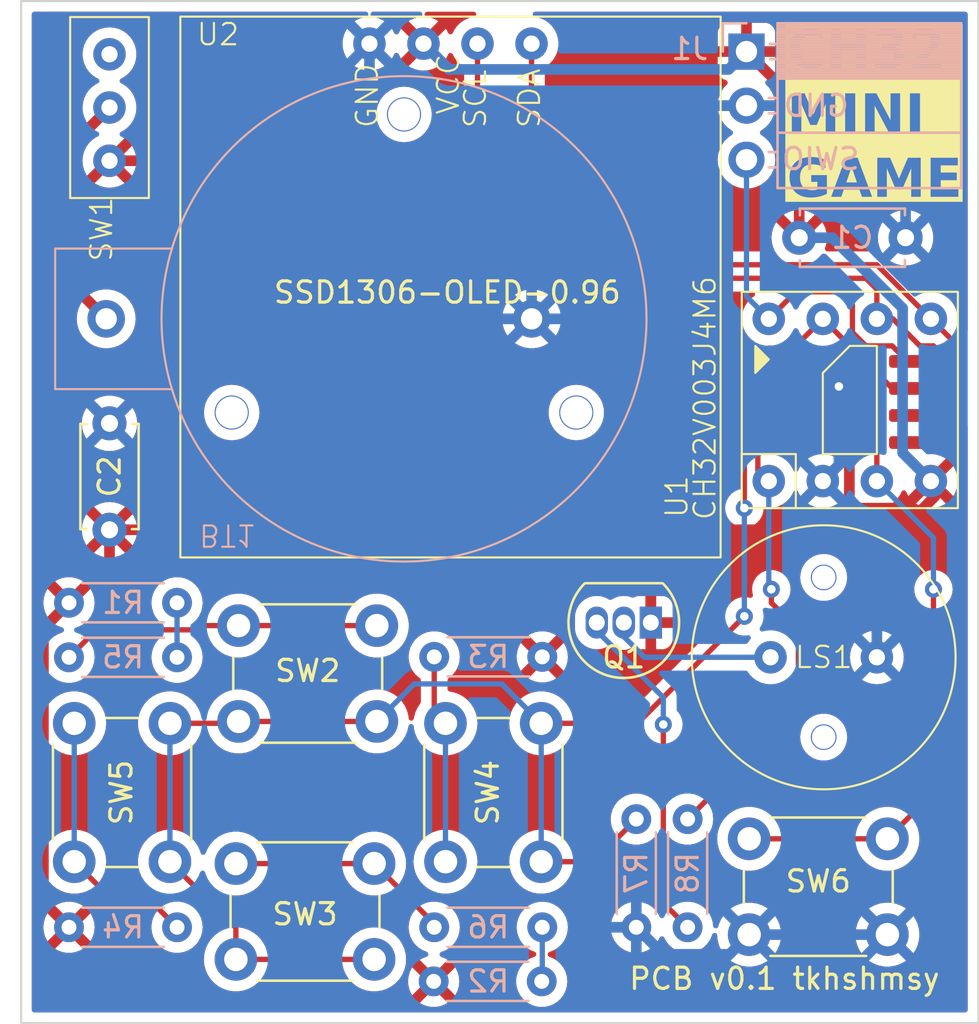
<source format=kicad_pcb>
(kicad_pcb (version 20221018) (generator pcbnew)
  (layers (0 "F.Cu" signal) (31 "B.Cu" signal) (34 "B.Paste" user) (35 "F.Paste" user) (36 "B.SilkS" user "B.Silkscreen") (37 "F.SilkS" user "F.Silkscreen") (38 "B.Mask" user) (39 "F.Mask" user) (44 "Edge.Cuts" user))
  (net 0 "")
  (net 1 "GND")
  (net 2 "VCC")
  (net 3 "/SWIO")
  (net 4 "Net-(Q1-C)")
  (net 5 "Net-(Q1-B)")
  (net 6 "Net-(R1-Pad2)")
  (net 7 "Net-(R2-Pad2)")
  (net 8 "/RIGHT")
  (net 9 "/LEFT")
  (net 10 "/UP")
  (net 11 "/DOWN")
  (net 12 "/PAD")
  (net 13 "/BEEP")
  (net 15 "/ACT")
  (net 16 "/SDA")
  (net 17 "/SCL")
  (net 18 "+BATT")
  (footprint "Package_TO_SOT_THT:TO-92_Inline" (layer "F.Cu") (at 59.102 49.19 180)
    (fp_text reference "Q1" (at 1.27 -1.63) (layer "F.SilkS"))
    (fp_text value "2SA1015")
    (fp_line (start -0.53 1.85) (end 3.07 1.85) (stroke (width 0.12)) (layer "F.SilkS"))
    (fp_arc (start -0.568478 1.838478) (mid -1.132087 -0.994977) (end 1.27 -2.6) (stroke (width 0.12)) (layer "F.SilkS"))
    (fp_arc (start 1.27 -2.6) (mid 3.672087 -0.994977) (end 3.108478 1.838478) (stroke (width 0.12)) (layer "F.SilkS"))
    (pad "1" thru_hole rect (at 0 0 180) (size 1.05 1.5) (drill 0.75) (layers "*.Cu" "*.Mask") (net 2 "VCC"))
    (pad "2" thru_hole oval (at 1.27 0 180) (size 1.05 1.5) (drill 0.75) (layers "*.Cu" "*.Mask") (net 4 "Net-(Q1-C)"))
    (pad "3" thru_hole oval (at 2.54 0 180) (size 1.05 1.5) (drill 0.75) (layers "*.Cu" "*.Mask") (net 5 "Net-(Q1-B)"))
  )
  (footprint "pcb-ch32-minigameconsole:OLED-0.96" (layer "F.Cu") (at 36.985 20.73)
    (fp_text reference "U2" (at 1.77 0.84 unlocked) (layer "F.SilkS") (effects (font (thickness 0.1))))
    (fp_text value "~")
    (fp_text user "GND" (at 9.37 5.305 90 unlocked) (layer "F.SilkS") (effects (font (thickness 0.1)) (justify left bottom)))
    (fp_text user "VCC" (at 13.18 4.67 90 unlocked) (layer "F.SilkS") (effects (font (thickness 0.1)) (justify left bottom)))
    (fp_text user "SDA" (at 16.99 5.305 90 unlocked) (layer "F.SilkS") (effects (font (thickness 0.1)) (justify left bottom)))
    (fp_text user "SSD1306-OLED-0.96" (at 4.31 13.54 unlocked) (layer "F.SilkS") (effects (justify left bottom)))
    (fp_text user "SCL" (at 14.45 5.305 90 unlocked) (layer "F.SilkS") (effects (font (thickness 0.1)) (justify left bottom)))
    (fp_rect (start 0 0) (end 25.4 25.4) (stroke (width 0.1)) (fill none) (layer "F.SilkS"))
    (pad "1" thru_hole circle (at 8.89 1.27) (size 1.524 1.524) (drill 0.762) (layers "*.Cu" "*.Mask") (net 1 "GND"))
    (pad "2" thru_hole circle (at 11.43 1.27) (size 1.524 1.524) (drill 0.762) (layers "*.Cu" "*.Mask") (net 2 "VCC"))
    (pad "3" thru_hole circle (at 13.97 1.27) (size 1.524 1.524) (drill 0.762) (layers "*.Cu" "*.Mask") (net 17 "/SCL"))
    (pad "4" thru_hole circle (at 16.51 1.27) (size 1.524 1.524) (drill 0.762) (layers "*.Cu" "*.Mask") (net 16 "/SDA"))
  )
  (footprint "Button_Switch_THT:SW_PUSH_6mm_H7.3mm" (layer "F.Cu") (at 39.723 49.332)
    (fp_text reference "SW2" (at 3.25 2.123) (layer "F.SilkS"))
    (fp_text value "SW_Push")
    (fp_line (start -0.25 1.5) (end -0.25 3) (stroke (width 0.12)) (layer "F.SilkS"))
    (fp_line (start 1 5.5) (end 5.5 5.5) (stroke (width 0.12)) (layer "F.SilkS"))
    (fp_line (start 5.5 -1) (end 1 -1) (stroke (width 0.12)) (layer "F.SilkS"))
    (fp_line (start 6.75 3) (end 6.75 1.5) (stroke (width 0.12)) (layer "F.SilkS"))
    (pad "1" thru_hole circle (at 0 0 90) (size 2 2) (drill 1.1) (layers "*.Cu" "*.Mask") (net 10 "/UP"))
    (pad "1" thru_hole circle (at 6.5 0 90) (size 2 2) (drill 1.1) (layers "*.Cu" "*.Mask") (net 10 "/UP"))
    (pad "2" thru_hole circle (at 0 4.5 90) (size 2 2) (drill 1.1) (layers "*.Cu" "*.Mask") (net 12 "/PAD"))
    (pad "2" thru_hole circle (at 6.5 4.5 90) (size 2 2) (drill 1.1) (layers "*.Cu" "*.Mask") (net 12 "/PAD"))
  )
  (footprint "pcb-ch32-minigameconsole:SS-12D00G3" (layer "F.Cu") (at 33.655 25 90)
    (fp_text reference "SW1" (at -5.715 -0.381 90 unlocked) (layer "F.SilkS") (effects (font (thickness 0.1))))
    (fp_text value "SW_SPDT")
    (fp_rect (start 4.25 -1.85) (end -4.25 1.85) (stroke (width 0.1)) (fill none) (layer "F.SilkS"))
    (pad "1" thru_hole circle (at -2.5 0 90) (size 1.524 1.524) (drill 0.762) (layers "*.Cu" "*.Mask") (net 2 "VCC"))
    (pad "2" thru_hole circle (at 0 0 90) (size 1.524 1.524) (drill 0.762) (layers "*.Cu" "*.Mask") (net 18 "+BATT"))
    (pad "3" thru_hole circle (at 2.5 0 90) (size 1.524 1.524) (drill 0.762) (layers "*.Cu" "*.Mask"))
  )
  (footprint "pcb-ch32-minigameconsole:PKM13EPYH4000-A0" (layer "F.Cu") (at 67.23 50.82)
    (fp_text reference "LS1" (at 0 0 unlocked) (layer "F.SilkS") (effects (font (thickness 0.1))))
    (fp_text value "Speaker")
    (fp_circle (center 0 0) (end 6.2 0) (stroke (width 0.1)) (fill none) (layer "F.SilkS"))
    (pad "" np_thru_hole circle (at 0 -3.75) (size 1.2 1.2) (drill 1.1) (layers "F&B.Cu" "*.Mask"))
    (pad "" np_thru_hole circle (at 0 3.75) (size 1.2 1.2) (drill 1.1) (layers "F&B.Cu" "*.Mask"))
    (pad "1" thru_hole circle (at -2.5 0) (size 1.524 1.524) (drill 0.762) (layers "*.Cu" "*.Mask") (net 4 "Net-(Q1-C)"))
    (pad "2" thru_hole circle (at 2.5 0) (size 1.524 1.524) (drill 0.762) (layers "*.Cu" "*.Mask") (net 1 "GND"))
  )
  (footprint "Button_Switch_THT:SW_PUSH_6mm_H7.3mm" (layer "F.Cu") (at 39.596 60.508)
    (fp_text reference "SW3" (at 3.25 2.377) (layer "F.SilkS"))
    (fp_text value "SW_Push")
    (fp_line (start -0.25 1.5) (end -0.25 3) (stroke (width 0.12)) (layer "F.SilkS"))
    (fp_line (start 1 5.5) (end 5.5 5.5) (stroke (width 0.12)) (layer "F.SilkS"))
    (fp_line (start 5.5 -1) (end 1 -1) (stroke (width 0.12)) (layer "F.SilkS"))
    (fp_line (start 6.75 3) (end 6.75 1.5) (stroke (width 0.12)) (layer "F.SilkS"))
    (pad "1" thru_hole circle (at 0 0 90) (size 2 2) (drill 1.1) (layers "*.Cu" "*.Mask") (net 11 "/DOWN"))
    (pad "1" thru_hole circle (at 6.5 0 90) (size 2 2) (drill 1.1) (layers "*.Cu" "*.Mask") (net 11 "/DOWN"))
    (pad "2" thru_hole circle (at 0 4.5 90) (size 2 2) (drill 1.1) (layers "*.Cu" "*.Mask") (net 12 "/PAD"))
    (pad "2" thru_hole circle (at 6.5 4.5 90) (size 2 2) (drill 1.1) (layers "*.Cu" "*.Mask") (net 12 "/PAD"))
  )
  (footprint "Button_Switch_THT:SW_PUSH_6mm_H7.3mm" (layer "F.Cu") (at 49.45 60.42 90)
    (fp_text reference "SW4" (at 3.25 1.985 90) (layer "F.SilkS"))
    (fp_text value "SW_Push")
    (fp_line (start -0.25 1.5) (end -0.25 3) (stroke (width 0.12)) (layer "F.SilkS"))
    (fp_line (start 1 5.5) (end 5.5 5.5) (stroke (width 0.12)) (layer "F.SilkS"))
    (fp_line (start 5.5 -1) (end 1 -1) (stroke (width 0.12)) (layer "F.SilkS"))
    (fp_line (start 6.75 3) (end 6.75 1.5) (stroke (width 0.12)) (layer "F.SilkS"))
    (pad "1" thru_hole circle (at 0 0 180) (size 2 2) (drill 1.1) (layers "*.Cu" "*.Mask") (net 8 "/RIGHT"))
    (pad "1" thru_hole circle (at 6.5 0 180) (size 2 2) (drill 1.1) (layers "*.Cu" "*.Mask") (net 8 "/RIGHT"))
    (pad "2" thru_hole circle (at 0 4.5 180) (size 2 2) (drill 1.1) (layers "*.Cu" "*.Mask") (net 12 "/PAD"))
    (pad "2" thru_hole circle (at 6.5 4.5 180) (size 2 2) (drill 1.1) (layers "*.Cu" "*.Mask") (net 12 "/PAD"))
  )
  (footprint "Button_Switch_THT:SW_PUSH_6mm_H7.3mm" (layer "F.Cu") (at 63.726 59.345)
    (fp_text reference "SW6" (at 3.25 1.996) (layer "F.SilkS"))
    (fp_text value "SW_Push")
    (fp_line (start -0.25 1.5) (end -0.25 3) (stroke (width 0.12)) (layer "F.SilkS"))
    (fp_line (start 1 5.5) (end 5.5 5.5) (stroke (width 0.12)) (layer "F.SilkS"))
    (fp_line (start 5.5 -1) (end 1 -1) (stroke (width 0.12)) (layer "F.SilkS"))
    (fp_line (start 6.75 3) (end 6.75 1.5) (stroke (width 0.12)) (layer "F.SilkS"))
    (pad "1" thru_hole circle (at 0 0 90) (size 2 2) (drill 1.1) (layers "*.Cu" "*.Mask") (net 15 "/ACT"))
    (pad "1" thru_hole circle (at 6.5 0 90) (size 2 2) (drill 1.1) (layers "*.Cu" "*.Mask") (net 15 "/ACT"))
    (pad "2" thru_hole circle (at 0 4.5 90) (size 2 2) (drill 1.1) (layers "*.Cu" "*.Mask") (net 1 "GND"))
    (pad "2" thru_hole circle (at 6.5 4.5 90) (size 2 2) (drill 1.1) (layers "*.Cu" "*.Mask") (net 1 "GND"))
  )
  (footprint "pcb-ch32-minigameconsole:CH32V003J4M6-Dual" (layer "F.Cu") (at 64.649 42.545 90)
    (fp_text reference "U1" (at -0.729 -4.324 90 unlocked) (layer "F.SilkS") (effects (font (thickness 0.1))))
    (fp_text value "~" hide)
    (fp_text user "CH32V003J4M6" (at -1.905 -2.419 90 unlocked) (layer "F.SilkS") (effects (font (thickness 0.1)) (justify left bottom)))
    (fp_rect (start -1.27 -1.27) (end 1.27 1.27) (stroke (width 0.1)) (fill none) (layer "F.SilkS"))
    (fp_rect (start -1.27 -1.27) (end 8.89 8.89) (stroke (width 0.1)) (fill none) (layer "F.SilkS"))
    (fp_poly (pts (xy 5.715 0) (xy 5.08 -0.635) (xy 6.35 -0.635)) (stroke (width 0.1)) (fill solid) (layer "F.SilkS"))
    (fp_poly (pts (xy 1.27 2.54) (xy 5.08 2.54) (xy 6.35 3.81) (xy 6.35 5.08) (xy 1.27 5.08)) (stroke (width 0.1)) (fill none) (layer "F.SilkS"))
    (pad "1" thru_hole circle (at 0 0 90) (size 1.524 1.524) (drill 0.762) (layers "*.Cu" "*.Mask") (net 13 "/BEEP"))
    (pad "1" smd roundrect (at 5.621 1.379) (size 1.75 0.6) (layers "F.Cu" "F.Paste" "F.Mask") (net 13 "/BEEP"))
    (pad "2" thru_hole circle (at 0 2.54 90) (size 1.524 1.524) (drill 0.762) (layers "*.Cu" "*.Mask") (net 1 "GND"))
    (pad "2" smd roundrect (at 4.351 1.379) (size 1.75 0.6) (layers "F.Cu" "F.Paste" "F.Mask") (net 1 "GND"))
    (pad "3" thru_hole circle (at 0 5.08 90) (size 1.524 1.524) (drill 0.762) (layers "*.Cu" "*.Mask") (net 15 "/ACT"))
    (pad "3" smd roundrect (at 3.081 1.379) (size 1.75 0.6) (layers "F.Cu" "F.Paste" "F.Mask") (net 15 "/ACT"))
    (pad "4" thru_hole circle (at 0 7.62 90) (size 1.524 1.524) (drill 0.762) (layers "*.Cu" "*.Mask") (net 2 "VCC"))
    (pad "4" smd roundrect (at 1.811 1.379) (size 1.75 0.6) (layers "F.Cu" "F.Paste" "F.Mask") (net 2 "VCC"))
    (pad "5" smd roundrect (at 1.811 6.529) (size 1.75 0.6) (layers "F.Cu" "F.Paste" "F.Mask") (net 16 "/SDA"))
    (pad "5" thru_hole circle (at 7.62 7.62 90) (size 1.524 1.524) (drill 0.762) (layers "*.Cu" "*.Mask") (net 16 "/SDA"))
    (pad "6" smd roundrect (at 3.081 6.529) (size 1.75 0.6) (layers "F.Cu" "F.Paste" "F.Mask") (net 17 "/SCL"))
    (pad "6" thru_hole circle (at 7.62 5.08 90) (size 1.524 1.524) (drill 0.762) (layers "*.Cu" "*.Mask") (net 17 "/SCL"))
    (pad "7" smd roundrect (at 4.351 6.529) (size 1.75 0.6) (layers "F.Cu" "F.Paste" "F.Mask") (net 12 "/PAD"))
    (pad "7" thru_hole circle (at 7.62 2.54 90) (size 1.524 1.524) (drill 0.762) (layers "*.Cu" "*.Mask") (net 12 "/PAD"))
    (pad "8" smd roundrect (at 5.621 6.529) (size 1.75 0.6) (layers "F.Cu" "F.Paste" "F.Mask") (net 3 "/SWIO"))
    (pad "8" thru_hole circle (at 7.62 0 90) (size 1.524 1.524) (drill 0.762) (layers "*.Cu" "*.Mask") (net 3 "/SWIO"))
  )
  (footprint "Button_Switch_THT:SW_PUSH_6mm_H7.3mm" (layer "F.Cu") (at 31.996 60.42 90)
    (fp_text reference "SW5" (at 3.25 2.214 90) (layer "F.SilkS"))
    (fp_text value "SW_Push")
    (fp_line (start -0.25 1.5) (end -0.25 3) (stroke (width 0.12)) (layer "F.SilkS"))
    (fp_line (start 1 5.5) (end 5.5 5.5) (stroke (width 0.12)) (layer "F.SilkS"))
    (fp_line (start 5.5 -1) (end 1 -1) (stroke (width 0.12)) (layer "F.SilkS"))
    (fp_line (start 6.75 3) (end 6.75 1.5) (stroke (width 0.12)) (layer "F.SilkS"))
    (pad "1" thru_hole circle (at 0 0 180) (size 2 2) (drill 1.1) (layers "*.Cu" "*.Mask") (net 9 "/LEFT"))
    (pad "1" thru_hole circle (at 6.5 0 180) (size 2 2) (drill 1.1) (layers "*.Cu" "*.Mask") (net 9 "/LEFT"))
    (pad "2" thru_hole circle (at 0 4.5 180) (size 2 2) (drill 1.1) (layers "*.Cu" "*.Mask") (net 12 "/PAD"))
    (pad "2" thru_hole circle (at 6.5 4.5 180) (size 2 2) (drill 1.1) (layers "*.Cu" "*.Mask") (net 12 "/PAD"))
  )
  (footprint "Capacitor_THT:C_Disc_D4.7mm_W2.5mm_P5.00mm" (layer "F.Cu") (at 33.655 44.831 90)
    (fp_text reference "C2" (at 2.5 0 90) (layer "F.SilkS"))
    (fp_text value "10u")
    (fp_line (start 0.03 -1.37) (end 0.03 -1.055) (stroke (width 0.12)) (layer "F.SilkS"))
    (fp_line (start 0.03 -1.37) (end 4.97 -1.37) (stroke (width 0.12)) (layer "F.SilkS"))
    (fp_line (start 0.03 1.055) (end 0.03 1.37) (stroke (width 0.12)) (layer "F.SilkS"))
    (fp_line (start 0.03 1.37) (end 4.97 1.37) (stroke (width 0.12)) (layer "F.SilkS"))
    (fp_line (start 4.97 -1.37) (end 4.97 -1.055) (stroke (width 0.12)) (layer "F.SilkS"))
    (fp_line (start 4.97 1.055) (end 4.97 1.37) (stroke (width 0.12)) (layer "F.SilkS"))
    (pad "1" thru_hole circle (at 0 0 90) (size 1.6 1.6) (drill 0.8) (layers "*.Cu" "*.Mask") (net 2 "VCC"))
    (pad "2" thru_hole circle (at 5 0 90) (size 1.6 1.6) (drill 0.8) (layers "*.Cu" "*.Mask") (net 1 "GND"))
  )
  (footprint "Resistor_THT:R_Axial_DIN0204_L3.6mm_D1.6mm_P5.08mm_Horizontal" (layer "B.Cu") (at 31.75 63.5)
    (fp_text reference "R4" (at 2.54 0) (layer "B.SilkS") (effects (justify mirror)))
    (fp_text value "2k")
    (fp_line (start 0.62 -0.92) (end 4.46 -0.92) (stroke (width 0.12)) (layer "B.SilkS"))
    (fp_line (start 0.62 0.92) (end 4.46 0.92) (stroke (width 0.12)) (layer "B.SilkS"))
    (pad "1" thru_hole circle (at 0 0) (size 1.4 1.4) (drill 0.7) (layers "*.Cu" "*.Mask") (net 2 "VCC"))
    (pad "2" thru_hole oval (at 5.08 0) (size 1.4 1.4) (drill 0.7) (layers "*.Cu" "*.Mask") (net 9 "/LEFT"))
  )
  (footprint "Resistor_THT:R_Axial_DIN0204_L3.6mm_D1.6mm_P5.08mm_Horizontal" (layer "B.Cu") (at 48.895 66.04)
    (fp_text reference "R2" (at 2.565 0) (layer "B.SilkS") (effects (justify mirror)))
    (fp_text value "3k9")
    (fp_line (start 0.62 -0.92) (end 4.46 -0.92) (stroke (width 0.12)) (layer "B.SilkS"))
    (fp_line (start 0.62 0.92) (end 4.46 0.92) (stroke (width 0.12)) (layer "B.SilkS"))
    (pad "1" thru_hole circle (at 0 0) (size 1.4 1.4) (drill 0.7) (layers "*.Cu" "*.Mask") (net 2 "VCC"))
    (pad "2" thru_hole oval (at 5.08 0) (size 1.4 1.4) (drill 0.7) (layers "*.Cu" "*.Mask") (net 7 "Net-(R2-Pad2)"))
  )
  (footprint "Connector_PinSocket_2.54mm:PinSocket_1x03_P2.54mm_Horizontal" (layer "B.Cu") (at 63.6 22.372 180)
    (fp_text reference "J1" (at 2.667 0.127) (layer "B.SilkS") (effects (justify mirror)))
    (fp_text value "Conn_01x03")
    (fp_line (start -10.09 -6.41) (end -1.46 -6.41) (stroke (width 0.12)) (layer "B.SilkS"))
    (fp_line (start -10.09 -3.81) (end -1.46 -3.81) (stroke (width 0.12)) (layer "B.SilkS"))
    (fp_line (start -10.09 -1.27) (end -1.46 -1.27) (stroke (width 0.12)) (layer "B.SilkS"))
    (fp_line (start -10.09 -1.1519) (end -1.46 -1.1519) (stroke (width 0.12)) (layer "B.SilkS"))
    (fp_line (start -10.09 -1.033805) (end -1.46 -1.033805) (stroke (width 0.12)) (layer "B.SilkS"))
    (fp_line (start -10.09 -0.91571) (end -1.46 -0.91571) (stroke (width 0.12)) (layer "B.SilkS"))
    (fp_line (start -10.09 -0.797615) (end -1.46 -0.797615) (stroke (width 0.12)) (layer "B.SilkS"))
    (fp_line (start -10.09 -0.67952) (end -1.46 -0.67952) (stroke (width 0.12)) (layer "B.SilkS"))
    (fp_line (start -10.09 -0.561425) (end -1.46 -0.561425) (stroke (width 0.12)) (layer "B.SilkS"))
    (fp_line (start -10.09 -0.44333) (end -1.46 -0.44333) (stroke (width 0.12)) (layer "B.SilkS"))
    (fp_line (start -10.09 -0.325235) (end -1.46 -0.325235) (stroke (width 0.12)) (layer "B.SilkS"))
    (fp_line (start -10.09 -0.20714) (end -1.46 -0.20714) (stroke (width 0.12)) (layer "B.SilkS"))
    (fp_line (start -10.09 -0.089045) (end -1.46 -0.089045) (stroke (width 0.12)) (layer "B.SilkS"))
    (fp_line (start -10.09 0.02905) (end -1.46 0.02905) (stroke (width 0.12)) (layer "B.SilkS"))
    (fp_line (start -10.09 0.147145) (end -1.46 0.147145) (stroke (width 0.12)) (layer "B.SilkS"))
    (fp_line (start -10.09 0.26524) (end -1.46 0.26524) (stroke (width 0.12)) (layer "B.SilkS"))
    (fp_line (start -10.09 0.383335) (end -1.46 0.383335) (stroke (width 0.12)) (layer "B.SilkS"))
    (fp_line (start -10.09 0.50143) (end -1.46 0.50143) (stroke (width 0.12)) (layer "B.SilkS"))
    (fp_line (start -10.09 0.619525) (end -1.46 0.619525) (stroke (width 0.12)) (layer "B.SilkS"))
    (fp_line (start -10.09 0.73762) (end -1.46 0.73762) (stroke (width 0.12)) (layer "B.SilkS"))
    (fp_line (start -10.09 0.855715) (end -1.46 0.855715) (stroke (width 0.12)) (layer "B.SilkS"))
    (fp_line (start -10.09 0.97381) (end -1.46 0.97381) (stroke (width 0.12)) (layer "B.SilkS"))
    (fp_line (start -10.09 1.091905) (end -1.46 1.091905) (stroke (width 0.12)) (layer "B.SilkS"))
    (fp_line (start -10.09 1.21) (end -1.46 1.21) (stroke (width 0.12)) (layer "B.SilkS"))
    (fp_line (start -10.09 1.33) (end -10.09 -6.41) (stroke (width 0.12)) (layer "B.SilkS"))
    (fp_line (start -10.09 1.33) (end -1.46 1.33) (stroke (width 0.12)) (layer "B.SilkS"))
    (fp_line (start -1.46 -5.44) (end -1.05 -5.44) (stroke (width 0.12)) (layer "B.SilkS"))
    (fp_line (start -1.46 -4.72) (end -1.05 -4.72) (stroke (width 0.12)) (layer "B.SilkS"))
    (fp_line (start -1.46 -2.9) (end -1.05 -2.9) (stroke (width 0.12)) (layer "B.SilkS"))
    (fp_line (start -1.46 -2.18) (end -1.05 -2.18) (stroke (width 0.12)) (layer "B.SilkS"))
    (fp_line (start -1.46 -0.36) (end -1.11 -0.36) (stroke (width 0.12)) (layer "B.SilkS"))
    (fp_line (start -1.46 0.36) (end -1.11 0.36) (stroke (width 0.12)) (layer "B.SilkS"))
    (fp_line (start -1.46 1.33) (end -1.46 -6.41) (stroke (width 0.12)) (layer "B.SilkS"))
    (fp_line (start 0 1.33) (end 1.11 1.33) (stroke (width 0.12)) (layer "B.SilkS"))
    (fp_line (start 1.11 1.33) (end 1.11 0) (stroke (width 0.12)) (layer "B.SilkS"))
    (pad "1" thru_hole rect (at 0 0 180) (size 1.7 1.7) (drill 1) (layers "*.Cu" "*.Mask") (net 2 "VCC"))
    (pad "2" thru_hole oval (at 0 -2.54 180) (size 1.7 1.7) (drill 1) (layers "*.Cu" "*.Mask") (net 1 "GND"))
    (pad "3" thru_hole oval (at 0 -5.08 180) (size 1.7 1.7) (drill 1) (layers "*.Cu" "*.Mask") (net 3 "/SWIO"))
  )
  (footprint "Resistor_THT:R_Axial_DIN0204_L3.6mm_D1.6mm_P5.08mm_Horizontal" (layer "B.Cu") (at 36.83 50.82 180)
    (fp_text reference "R5" (at 2.54 0) (layer "B.SilkS") (effects (justify mirror)))
    (fp_text value "0")
    (fp_line (start 0.62 -0.92) (end 4.46 -0.92) (stroke (width 0.12)) (layer "B.SilkS"))
    (fp_line (start 0.62 0.92) (end 4.46 0.92) (stroke (width 0.12)) (layer "B.SilkS"))
    (pad "1" thru_hole circle (at 0 0 180) (size 1.4 1.4) (drill 0.7) (layers "*.Cu" "*.Mask") (net 6 "Net-(R1-Pad2)"))
    (pad "2" thru_hole oval (at 5.08 0 180) (size 1.4 1.4) (drill 0.7) (layers "*.Cu" "*.Mask") (net 10 "/UP"))
  )
  (footprint "pcb-ch32-minigameconsole:CH25-2032LF" (layer "B.Cu") (at 33.5 34.925)
    (fp_text reference "BT1" (at 5.715 10.16 180 unlocked) (layer "B.SilkS") (effects (font (thickness 0.1)) (justify mirror)))
    (fp_text value "Battery")
    (fp_line (start -2.4 -3.3) (end 3.1 -3.3) (stroke (width 0.1)) (layer "B.SilkS"))
    (fp_line (start -2.4 0) (end -2.4 -3.3) (stroke (width 0.1)) (layer "B.SilkS"))
    (fp_line (start -2.4 0) (end -2.4 3.3) (stroke (width 0.1)) (layer "B.SilkS"))
    (fp_line (start -2.4 3.3) (end 3.1 3.3) (stroke (width 0.1)) (layer "B.SilkS"))
    (fp_circle (center 14 0) (end 25.4 0) (stroke (width 0.1)) (fill none) (layer "B.SilkS"))
    (pad "" np_thru_hole circle (at 5.9 4.4) (size 1.6 1.6) (drill 1.5) (layers "F&B.Cu" "*.Mask"))
    (pad "" np_thru_hole circle (at 14 -9.6) (size 1.6 1.6) (drill 1.5) (layers "F&B.Cu" "*.Mask"))
    (pad "" np_thru_hole circle (at 22.1 4.4) (size 1.6 1.6) (drill 1.5) (layers "F&B.Cu" "*.Mask"))
    (pad "1" thru_hole circle (at 0 0) (size 1.762 1.762) (drill 1) (layers "*.Cu" "*.Mask") (net 18 "+BATT"))
    (pad "2" thru_hole circle (at 20 0) (size 1.762 1.762) (drill 1) (layers "*.Cu" "*.Mask") (net 1 "GND"))
  )
  (footprint "Resistor_THT:R_Axial_DIN0204_L3.6mm_D1.6mm_P5.08mm_Horizontal" (layer "B.Cu") (at 31.75 48.26)
    (fp_text reference "R1" (at 2.54 0) (layer "B.SilkS") (effects (justify mirror)))
    (fp_text value "8k2")
    (fp_line (start 0.62 -0.92) (end 4.46 -0.92) (stroke (width 0.12)) (layer "B.SilkS"))
    (fp_line (start 0.62 0.92) (end 4.46 0.92) (stroke (width 0.12)) (layer "B.SilkS"))
    (pad "1" thru_hole circle (at 0 0) (size 1.4 1.4) (drill 0.7) (layers "*.Cu" "*.Mask") (net 2 "VCC"))
    (pad "2" thru_hole oval (at 5.08 0) (size 1.4 1.4) (drill 0.7) (layers "*.Cu" "*.Mask") (net 6 "Net-(R1-Pad2)"))
  )
  (footprint "Resistor_THT:R_Axial_DIN0204_L3.6mm_D1.6mm_P5.08mm_Horizontal" (layer "B.Cu") (at 54 50.8 180)
    (fp_text reference "R3" (at 2.54 0) (layer "B.SilkS") (effects (justify mirror)))
    (fp_text value "20k")
    (fp_line (start 0.62 -0.92) (end 4.46 -0.92) (stroke (width 0.12)) (layer "B.SilkS"))
    (fp_line (start 0.62 0.92) (end 4.46 0.92) (stroke (width 0.12)) (layer "B.SilkS"))
    (pad "1" thru_hole circle (at 0 0 180) (size 1.4 1.4) (drill 0.7) (layers "*.Cu" "*.Mask") (net 2 "VCC"))
    (pad "2" thru_hole oval (at 5.08 0 180) (size 1.4 1.4) (drill 0.7) (layers "*.Cu" "*.Mask") (net 8 "/RIGHT"))
  )
  (footprint "Resistor_THT:R_Axial_DIN0204_L3.6mm_D1.6mm_P5.08mm_Horizontal" (layer "B.Cu") (at 58.42 58.42 -90)
    (fp_text reference "R7" (at 2.54 0 90) (layer "B.SilkS") (effects (justify mirror)))
    (fp_text value "2k")
    (fp_line (start 0.62 -0.92) (end 4.46 -0.92) (stroke (width 0.12)) (layer "B.SilkS"))
    (fp_line (start 0.62 0.92) (end 4.46 0.92) (stroke (width 0.12)) (layer "B.SilkS"))
    (pad "1" thru_hole circle (at 0 0 270) (size 1.4 1.4) (drill 0.7) (layers "*.Cu" "*.Mask") (net 12 "/PAD"))
    (pad "2" thru_hole oval (at 5.08 0 270) (size 1.4 1.4) (drill 0.7) (layers "*.Cu" "*.Mask") (net 1 "GND"))
  )
  (footprint "Resistor_THT:R_Axial_DIN0204_L3.6mm_D1.6mm_P5.08mm_Horizontal" (layer "B.Cu") (at 54 63.5 180)
    (fp_text reference "R6" (at 2.54 0) (layer "B.SilkS") (effects (justify mirror)))
    (fp_text value "0")
    (fp_line (start 0.62 -0.92) (end 4.46 -0.92) (stroke (width 0.12)) (layer "B.SilkS"))
    (fp_line (start 0.62 0.92) (end 4.46 0.92) (stroke (width 0.12)) (layer "B.SilkS"))
    (pad "1" thru_hole circle (at 0 0 180) (size 1.4 1.4) (drill 0.7) (layers "*.Cu" "*.Mask") (net 7 "Net-(R2-Pad2)"))
    (pad "2" thru_hole oval (at 5.08 0 180) (size 1.4 1.4) (drill 0.7) (layers "*.Cu" "*.Mask") (net 11 "/DOWN"))
  )
  (footprint "Capacitor_THT:C_Disc_D4.7mm_W2.5mm_P5.00mm" (layer "B.Cu") (at 66.08 31.115)
    (fp_text reference "C1" (at 2.5 0) (layer "B.SilkS") (effects (justify mirror)))
    (fp_text value "0.1u")
    (fp_line (start 0.03 -1.37) (end 4.97 -1.37) (stroke (width 0.12)) (layer "B.SilkS"))
    (fp_line (start 0.03 -1.055) (end 0.03 -1.37) (stroke (width 0.12)) (layer "B.SilkS"))
    (fp_line (start 0.03 1.37) (end 0.03 1.055) (stroke (width 0.12)) (layer "B.SilkS"))
    (fp_line (start 0.03 1.37) (end 4.97 1.37) (stroke (width 0.12)) (layer "B.SilkS"))
    (fp_line (start 4.97 -1.055) (end 4.97 -1.37) (stroke (width 0.12)) (layer "B.SilkS"))
    (fp_line (start 4.97 1.37) (end 4.97 1.055) (stroke (width 0.12)) (layer "B.SilkS"))
    (pad "1" thru_hole circle (at 0 0) (size 1.6 1.6) (drill 0.8) (layers "*.Cu" "*.Mask") (net 2 "VCC"))
    (pad "2" thru_hole circle (at 5 0) (size 1.6 1.6) (drill 0.8) (layers "*.Cu" "*.Mask") (net 1 "GND"))
  )
  (footprint "Resistor_THT:R_Axial_DIN0204_L3.6mm_D1.6mm_P5.08mm_Horizontal" (layer "B.Cu") (at 60.833 58.42 -90)
    (fp_text reference "R8" (at 2.54 0 90) (layer "B.SilkS") (effects (justify mirror)))
    (fp_text value "1k")
    (fp_line (start 0.62 -0.92) (end 4.46 -0.92) (stroke (width 0.12)) (layer "B.SilkS"))
    (fp_line (start 0.62 0.92) (end 4.46 0.92) (stroke (width 0.12)) (layer "B.SilkS"))
    (pad "1" thru_hole circle (at 0 0 270) (size 1.4 1.4) (drill 0.7) (layers "*.Cu" "*.Mask") (net 13 "/BEEP"))
    (pad "2" thru_hole oval (at 5.08 0 270) (size 1.4 1.4) (drill 0.7) (layers "*.Cu" "*.Mask") (net 5 "Net-(Q1-B)"))
  )
  (gr_rect (start 29.5 20) (end 74.5 68) (stroke (width 0.1)) (fill none) (layer "Edge.Cuts"))
  (gr_text "GND\n" (at 68.5 25.5) (layer "B.SilkS") (effects (font (size 1 1)) (justify left bottom mirror)))
  (gr_text "SWIO" (at 69 28) (layer "B.SilkS") (effects (font (size 1 1)) (justify left bottom mirror)))
  (gr_text "PCB v0.1 tkhshmsy" (at 58 66.5) (layer "F.SilkS") (effects (font (size 1 1)) (justify left bottom)))
  (gr_text "CH32\nMINI\nGAME\n" (at 65.5 29.5) (layer "F.SilkS" knockout) (effects (font (size 1.8 1.8) (thickness 0.4) bold) (justify left bottom)))
  (segment (start 67.851 38.194) (end 67.945 38.1) (width 0.5) (layer "F.Cu") (net 1))
  (segment (start 66.028 38.194) (end 67.851 38.194) (width 0.5) (layer "F.Cu") (net 1))
  (via (at 67.945 38.1) (size 0.8) (drill 0.4) (layers "F.Cu" "B.Cu") (net 1))
  (segment (start 45.875 31.905) (end 48.895 34.925) (width 0.5) (layer "B.Cu") (net 1))
  (segment (start 63.6 24.912) (end 68.727 24.912) (width 0.5) (layer "B.Cu") (net 1))
  (segment (start 67.945 38.1) (end 67.945 41.789) (width 0.5) (layer "B.Cu") (net 1))
  (segment (start 63.381 63.5) (end 63.726 63.845) (width 0.5) (layer "B.Cu") (net 1))
  (segment (start 48.895 34.925) (end 53.5 34.925) (width 0.5) (layer "B.Cu") (net 1))
  (segment (start 73.025 61.046) (end 70.226 63.845) (width 0.5) (layer "B.Cu") (net 1))
  (segment (start 53.5 26.51) (end 53.5 34.925) (width 0.5) (layer "B.Cu") (net 1))
  (segment (start 73.025 54.115) (end 73.025 61.046) (width 0.5) (layer "B.Cu") (net 1))
  (segment (start 71.08 27.265) (end 71.08 31.115) (width 0.5) (layer "B.Cu") (net 1))
  (segment (start 70.226 63.845) (end 63.726 63.845) (width 0.5) (layer "B.Cu") (net 1))
  (segment (start 45.875 22) (end 45.875 31.905) (width 0.5) (layer "B.Cu") (net 1))
  (segment (start 33.655 39.831) (end 38.561 34.925) (width 0.5) (layer "B.Cu") (net 1))
  (segment (start 67.189 42.545) (end 69.73 45.086) (width 0.5) (layer "B.Cu") (net 1))
  (segment (start 68.727 24.912) (end 71.08 27.265) (width 0.5) (layer "B.Cu") (net 1))
  (segment (start 58.42 63.5) (end 59.69 64.77) (width 0.5) (layer "B.Cu") (net 1))
  (segment (start 69.73 50.82) (end 73.025 54.115) (width 0.5) (layer "B.Cu") (net 1))
  (segment (start 62.801 64.77) (end 63.726 63.845) (width 0.5) (layer "B.Cu") (net 1))
  (segment (start 63.6 24.912) (end 55.098 24.912) (width 0.5) (layer "B.Cu") (net 1))
  (segment (start 59.69 64.77) (end 62.801 64.77) (width 0.5) (layer "B.Cu") (net 1))
  (segment (start 69.73 45.086) (end 69.73 50.82) (width 0.5) (layer "B.Cu") (net 1))
  (segment (start 59.569 34.925) (end 67.189 42.545) (width 0.5) (layer "B.Cu") (net 1))
  (segment (start 67.945 41.789) (end 67.189 42.545) (width 0.5) (layer "B.Cu") (net 1))
  (segment (start 55.098 24.912) (end 53.5 26.51) (width 0.5) (layer "B.Cu") (net 1))
  (segment (start 53.5 34.925) (end 59.569 34.925) (width 0.5) (layer "B.Cu") (net 1))
  (segment (start 38.561 34.925) (end 48.895 34.925) (width 0.5) (layer "B.Cu") (net 1))
  (segment (start 66.028 40.734) (end 65.977 40.785) (width 0.5) (layer "F.Cu") (net 2))
  (segment (start 63.6 22.372) (end 66.08 24.852) (width 0.5) (layer "F.Cu") (net 2))
  (segment (start 33.655 27.5) (end 35.365 27.5) (width 0.5) (layer "F.Cu") (net 2))
  (segment (start 66.028 40.734) (end 67.404 40.734) (width 0.5) (layer "F.Cu") (net 2))
  (segment (start 30.546 62.296) (end 31.75 63.5) (width 0.5) (layer "F.Cu") (net 2))
  (segment (start 47.879 67.056) (end 48.895 66.04) (width 0.5) (layer "F.Cu") (net 2))
  (segment (start 59.102 49.19) (end 59.102 44.878) (width 0.5) (layer "F.Cu") (net 2))
  (segment (start 59.055 44.831) (end 70.890818 44.831) (width 0.5) (layer "F.Cu") (net 2))
  (segment (start 33.655 46.355) (end 31.75 48.26) (width 0.5) (layer "F.Cu") (net 2))
  (segment (start 71.830909 43.890909) (end 72.449 43.272818) (width 0.5) (layer "F.Cu") (net 2))
  (segment (start 48.031 44.831) (end 59.055 44.831) (width 0.5) (layer "F.Cu") (net 2))
  (segment (start 46.92 23.495) (end 48.415 22) (width 0.5) (layer "F.Cu") (net 2))
  (segment (start 31.75 48.26) (end 30.546 49.464) (width 0.5) (layer "F.Cu") (net 2))
  (segment (start 72.449 43.272818) (end 72.449 42.725) (width 0.5) (layer "F.Cu") (net 2))
  (segment (start 70.999 43.815) (end 72.269 42.545) (width 0.5) (layer "F.Cu") (net 2))
  (segment (start 35.306 67.056) (end 47.879 67.056) (width 0.5) (layer "F.Cu") (net 2))
  (segment (start 39.37 23.495) (end 46.92 23.495) (width 0.5) (layer "F.Cu") (net 2))
  (segment (start 70.890818 44.831) (end 71.830909 43.890909) (width 0.5) (layer "F.Cu") (net 2))
  (segment (start 33.655 44.831) (end 33.655 46.355) (width 0.5) (layer "F.Cu") (net 2))
  (segment (start 35.365 27.5) (end 39.37 23.495) (width 0.5) (layer "F.Cu") (net 2))
  (segment (start 68.435828 43.670828) (end 68.58 43.815) (width 0.5) (layer "F.Cu") (net 2))
  (segment (start 66.08 24.852) (end 66.08 31.115) (width 0.5) (layer "F.Cu") (net 2))
  (segment (start 33.655 44.831) (end 48.031 44.831) (width 0.5) (layer "F.Cu") (net 2))
  (segment (start 59.102 44.878) (end 59.055 44.831) (width 0.5) (layer "F.Cu") (net 2))
  (segment (start 48.031 44.831) (end 54 50.8) (width 0.5) (layer "F.Cu") (net 2))
  (segment (start 31.75 63.5) (end 35.306 67.056) (width 0.5) (layer "F.Cu") (net 2))
  (segment (start 30.546 49.464) (end 30.546 62.296) (width 0.5) (layer "F.Cu") (net 2))
  (segment (start 67.404 40.734) (end 68.435828 41.765828) (width 0.5) (layer "F.Cu") (net 2))
  (segment (start 68.435828 41.765828) (end 68.435828 43.670828) (width 0.5) (layer "F.Cu") (net 2))
  (segment (start 72.449 42.725) (end 72.269 42.545) (width 0.5) (layer "F.Cu") (net 2))
  (segment (start 68.58 43.815) (end 70.999 43.815) (width 0.5) (layer "F.Cu") (net 2))
  (segment (start 62.76 23.212) (end 63.6 22.372) (width 0.5) (layer "B.Cu") (net 2))
  (segment (start 70.941 41.217) (end 72.269 42.545) (width 0.5) (layer "B.Cu") (net 2))
  (segment (start 70.941 34.422973) (end 70.941 41.217) (width 0.5) (layer "B.Cu") (net 2))
  (segment (start 48.415 22) (end 49.627 23.212) (width 0.5) (layer "B.Cu") (net 2))
  (segment (start 66.08 31.115) (end 67.633027 31.115) (width 0.5) (layer "B.Cu") (net 2))
  (segment (start 49.627 23.212) (end 62.76 23.212) (width 0.5) (layer "B.Cu") (net 2))
  (segment (start 67.633027 31.115) (end 70.941 34.422973) (width 0.5) (layer "B.Cu") (net 2))
  (segment (start 68.58 34.29) (end 67.945 33.655) (width 0.25) (layer "F.Cu") (net 3))
  (segment (start 70.449 36.195) (end 69.215 36.195) (width 0.25) (layer "F.Cu") (net 3))
  (segment (start 70.449 36.195) (end 71.178 36.924) (width 0.25) (layer "F.Cu") (net 3))
  (segment (start 68.58 35.56) (end 68.58 34.29) (width 0.25) (layer "F.Cu") (net 3))
  (segment (start 69.215 36.195) (end 68.58 35.56) (width 0.25) (layer "F.Cu") (net 3))
  (segment (start 64.649 34.925) (end 64.649 35.439) (width 0.25) (layer "F.Cu") (net 3))
  (segment (start 67.945 33.655) (end 65.919 33.655) (width 0.25) (layer "F.Cu") (net 3))
  (segment (start 65.919 33.655) (end 64.649 34.925) (width 0.25) (layer "F.Cu") (net 3))
  (segment (start 63.6 27.452) (end 63.6 33.876) (width 0.25) (layer "B.Cu") (net 3))
  (segment (start 63.6 33.876) (end 64.649 34.925) (width 0.25) (layer "B.Cu") (net 3))
  (segment (start 57.832 49.19) (end 57.832 49.845) (width 0.25) (layer "F.Cu") (net 4))
  (segment (start 57.832 49.845) (end 57.832 49.19) (width 0.25) (layer "B.Cu") (net 4))
  (segment (start 64.73 50.82) (end 58.807 50.82) (width 0.25) (layer "B.Cu") (net 4))
  (segment (start 58.807 50.82) (end 57.832 49.845) (width 0.25) (layer "B.Cu") (net 4))
  (segment (start 59.69 62.357) (end 60.833 63.5) (width 0.25) (layer "F.Cu") (net 5))
  (segment (start 59.69 53.975) (end 59.69 62.357) (width 0.25) (layer "F.Cu") (net 5))
  (via (at 59.69 53.975) (size 0.8) (drill 0.4) (layers "F.Cu" "B.Cu") (net 5))
  (segment (start 56.562 49.19) (end 56.562 49.577) (width 0.25) (layer "B.Cu") (net 5))
  (segment (start 59.69 52.705) (end 59.69 53.975) (width 0.25) (layer "B.Cu") (net 5))
  (segment (start 56.562 49.577) (end 59.69 52.705) (width 0.25) (layer "B.Cu") (net 5))
  (segment (start 36.83 48.26) (end 36.83 50.82) (width 0.25) (layer "B.Cu") (net 6))
  (segment (start 54 66.015) (end 53.975 66.04) (width 0.25) (layer "B.Cu") (net 7))
  (segment (start 54 63.5) (end 54 66.015) (width 0.25) (layer "B.Cu") (net 7))
  (segment (start 48.92 50.8) (end 48.92 53.39) (width 0.25) (layer "F.Cu") (net 8))
  (segment (start 48.92 53.39) (end 49.45 53.92) (width 0.25) (layer "F.Cu") (net 8))
  (segment (start 49.45 53.92) (end 49.45 60.42) (width 0.25) (layer "B.Cu") (net 8))
  (segment (start 31.996 60.42) (end 33.425 61.849) (width 0.25) (layer "F.Cu") (net 9))
  (segment (start 33.425 61.849) (end 35.179 61.849) (width 0.25) (layer "F.Cu") (net 9))
  (segment (start 35.179 61.849) (end 36.83 63.5) (width 0.25) (layer "F.Cu") (net 9))
  (segment (start 31.996 53.92) (end 31.996 60.42) (width 0.25) (layer "B.Cu") (net 9))
  (segment (start 38.171 49.332) (end 39.723 49.332) (width 0.25) (layer "F.Cu") (net 10))
  (segment (start 31.75 50.82) (end 33.04 49.53) (width 0.25) (layer "F.Cu") (net 10))
  (segment (start 37.973 49.53) (end 38.171 49.332) (width 0.25) (layer "F.Cu") (net 10))
  (segment (start 39.723 49.332) (end 46.223 49.332) (width 0.25) (layer "F.Cu") (net 10))
  (segment (start 33.04 49.53) (end 37.973 49.53) (width 0.25) (layer "F.Cu") (net 10))
  (segment (start 39.596 60.508) (end 46.096 60.508) (width 0.25) (layer "F.Cu") (net 11))
  (segment (start 48.92 63.332) (end 48.92 63.5) (width 0.25) (layer "F.Cu") (net 11))
  (segment (start 46.096 60.508) (end 48.92 63.332) (width 0.25) (layer "F.Cu") (net 11))
  (segment (start 39.723 53.832) (end 46.223 53.832) (width 0.25) (layer "F.Cu") (net 12))
  (segment (start 63.5 37.465) (end 63.5 43.815) (width 0.25) (layer "F.Cu") (net 12))
  (segment (start 39.635 53.92) (end 39.723 53.832) (width 0.25) (layer "F.Cu") (net 12))
  (segment (start 63.5 48.895) (end 58.475 53.92) (width 0.25) (layer "F.Cu") (net 12))
  (segment (start 67.189 34.925) (end 70.458 38.194) (width 0.25) (layer "F.Cu") (net 12))
  (segment (start 53.95 60.42) (end 56.42 60.42) (width 0.25) (layer "F.Cu") (net 12))
  (segment (start 58.475 53.92) (end 53.95 53.92) (width 0.25) (layer "F.Cu") (net 12))
  (segment (start 65.815 36.299) (end 64.666 36.299) (width 0.25) (layer "F.Cu") (net 12))
  (segment (start 36.496 60.42) (end 39.596 63.52) (width 0.25) (layer "F.Cu") (net 12))
  (segment (start 67.189 34.925) (end 65.815 36.299) (width 0.25) (layer "F.Cu") (net 12))
  (segment (start 64.666 36.299) (end 63.5 37.465) (width 0.25) (layer "F.Cu") (net 12))
  (segment (start 39.596 65.008) (end 46.096 65.008) (width 0.25) (layer "F.Cu") (net 12))
  (segment (start 70.458 38.194) (end 71.178 38.194) (width 0.25) (layer "F.Cu") (net 12))
  (segment (start 39.596 63.52) (end 39.596 65.008) (width 0.25) (layer "F.Cu") (net 12))
  (segment (start 56.42 60.42) (end 58.42 58.42) (width 0.25) (layer "F.Cu") (net 12))
  (segment (start 36.496 53.92) (end 39.635 53.92) (width 0.25) (layer "F.Cu") (net 12))
  (via (at 63.5 43.815) (size 0.8) (drill 0.4) (layers "F.Cu" "B.Cu") (net 12))
  (via (at 63.5 48.895) (size 0.8) (drill 0.4) (layers "F.Cu" "B.Cu") (net 12))
  (segment (start 47.985 52.07) (end 52.1 52.07) (width 0.25) (layer "B.Cu") (net 12))
  (segment (start 53.95 53.92) (end 53.95 60.42) (width 0.25) (layer "B.Cu") (net 12))
  (segment (start 36.496 53.92) (end 36.496 60.42) (width 0.25) (layer "B.Cu") (net 12))
  (segment (start 63.5 43.815) (end 63.5 48.895) (width 0.25) (layer "B.Cu") (net 12))
  (segment (start 46.223 53.832) (end 47.985 52.07) (width 0.25) (layer "B.Cu") (net 12))
  (segment (start 52.1 52.07) (end 53.95 53.92) (width 0.25) (layer "B.Cu") (net 12))
  (segment (start 64.77 48.26) (end 64.77 47.625) (width 0.25) (layer "F.Cu") (net 13))
  (segment (start 64.135 42.031) (end 64.649 42.545) (width 0.25) (layer "F.Cu") (net 13))
  (segment (start 60.833 58.42) (end 66.04 53.213) (width 0.25) (layer "F.Cu") (net 13))
  (segment (start 66.04 53.213) (end 66.04 49.53) (width 0.25) (layer "F.Cu") (net 13))
  (segment (start 65.153001 36.924) (end 64.135 37.942001) (width 0.25) (layer "F.Cu") (net 13))
  (segment (start 66.04 49.53) (end 64.77 48.26) (width 0.25) (layer "F.Cu") (net 13))
  (segment (start 64.135 37.942001) (end 64.135 42.031) (width 0.25) (layer "F.Cu") (net 13))
  (segment (start 66.028 36.924) (end 65.153001 36.924) (width 0.25) (layer "F.Cu") (net 13))
  (via (at 64.77 47.625) (size 0.8) (drill 0.4) (layers "F.Cu" "B.Cu") (net 13))
  (segment (start 64.77 47.625) (end 64.649 47.504) (width 0.25) (layer "B.Cu") (net 13))
  (segment (start 64.649 47.504) (end 64.649 42.545) (width 0.25) (layer "B.Cu") (net 13))
  (segment (start 63.726 59.345) (end 70.226 59.345) (width 0.25) (layer "F.Cu") (net 15))
  (segment (start 69.729 40.519) (end 69.729 42.545) (width 0.25) (layer "F.Cu") (net 15))
  (segment (start 66.028 39.464) (end 68.674 39.464) (width 0.25) (layer "F.Cu") (net 15))
  (segment (start 72.39 57.181) (end 70.226 59.345) (width 0.25) (layer "F.Cu") (net 15))
  (segment (start 68.674 39.464) (end 69.729 40.519) (width 0.25) (layer "F.Cu") (net 15))
  (segment (start 72.39 47.625) (end 72.39 57.181) (width 0.25) (layer "F.Cu") (net 15))
  (via (at 72.39 47.625) (size 0.8) (drill 0.4) (layers "F.Cu" "B.Cu") (net 15))
  (segment (start 72.39 45.206) (end 72.39 47.625) (width 0.25) (layer "B.Cu") (net 15))
  (segment (start 69.729 42.545) (end 72.39 45.206) (width 0.25) (layer "B.Cu") (net 15))
  (segment (start 69.729 32.385) (end 72.269 34.925) (width 0.25) (layer "F.Cu") (net 16))
  (segment (start 53.495 22) (end 53.495 25.555) (width 0.25) (layer "F.Cu") (net 16))
  (segment (start 73.475 36.131) (end 73.475 39.311999) (width 0.25) (layer "F.Cu") (net 16))
  (segment (start 72.269 34.925) (end 73.475 36.131) (width 0.25) (layer "F.Cu") (net 16))
  (segment (start 53.495 25.555) (end 60.325 32.385) (width 0.25) (layer "F.Cu") (net 16))
  (segment (start 72.052999 40.734) (end 71.178 40.734) (width 0.25) (layer "F.Cu") (net 16))
  (segment (start 60.325 32.385) (end 69.729 32.385) (width 0.25) (layer "F.Cu") (net 16))
  (segment (start 73.475 39.311999) (end 72.052999 40.734) (width 0.25) (layer "F.Cu") (net 16))
  (segment (start 73.025 36.83) (end 73.025 38.735) (width 0.25) (layer "F.Cu") (net 17))
  (segment (start 72.296 39.464) (end 71.178 39.464) (width 0.25) (layer "F.Cu") (net 17))
  (segment (start 69.729 34.925) (end 69.729 33.534) (width 0.25) (layer "F.Cu") (net 17))
  (segment (start 73.025 38.735) (end 72.296 39.464) (width 0.25) (layer "F.Cu") (net 17))
  (segment (start 50.955 22) (end 50.955 24.285) (width 0.25) (layer "F.Cu") (net 17))
  (segment (start 69.215 33.02) (end 59.69 33.02) (width 0.25) (layer "F.Cu") (net 17))
  (segment (start 69.729 33.534) (end 69.215 33.02) (width 0.25) (layer "F.Cu") (net 17))
  (segment (start 50.955 24.285) (end 59.69 33.02) (width 0.25) (layer "F.Cu") (net 17))
  (segment (start 70.485 34.925) (end 71.755 36.195) (width 0.25) (layer "F.Cu") (net 17))
  (segment (start 71.755 36.195) (end 72.39 36.195) (width 0.25) (layer "F.Cu") (net 17))
  (segment (start 69.729 34.925) (end 70.485 34.925) (width 0.25) (layer "F.Cu") (net 17))
  (segment (start 72.39 36.195) (end 73.025 36.83) (width 0.25) (layer "F.Cu") (net 17))
  (segment (start 31.75 26.905) (end 31.75 33.175) (width 0.5) (layer "F.Cu") (net 18))
  (segment (start 33.655 25) (end 31.75 26.905) (width 0.5) (layer "F.Cu") (net 18))
  (segment (start 31.75 33.175) (end 33.5 34.925) (width 0.5) (layer "F.Cu") (net 18))
  (zone (net 2) (net_name "VCC") (layer "F.Cu") (priority 1) (connect_pads (clearance 0.5)) (min_thickness 0.25) (fill yes (thermal_gap 0.5) (thermal_bridge_width 0.5))
    (polygon (pts (xy 30 20.5) (xy 30 67.5) (xy 74 67.5) (xy 74 20.5)))
  )
  (zone (net 1) (net_name "GND") (layer "B.Cu") (connect_pads (clearance 0.5)) (min_thickness 0.25) (fill yes (thermal_gap 0.5) (thermal_bridge_width 0.5))
    (polygon (pts (xy 30 20.5) (xy 30 67.5) (xy 74 67.5) (xy 74 20.5)))
  )
)
</source>
